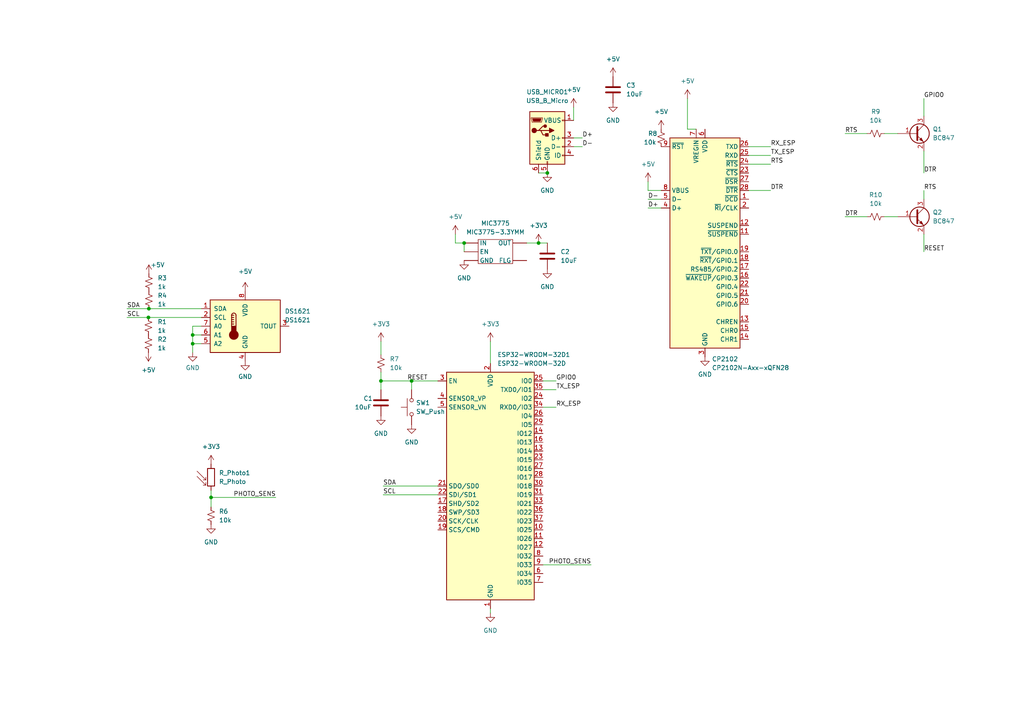
<source format=kicad_sch>
(kicad_sch (version 20211123) (generator eeschema)
  (paper "A4")
  (lib_symbols
    (symbol "Connector:USB_B_Micro" (pin_names (offset 1.016))
      (property "Reference" "J" (at -5.08 11.43 0))
      (property "Value" "USB_B_Micro" (at -5.08 8.89 0))
      (symbol "USB_B_Micro_0_1"
        (rectangle (start -5.08 -7.62) (end 5.08 7.62) (stroke (width 0.254)) (fill (type background)))
        (circle (center -3.81 2.159) (radius 0.635) (stroke (width 0.254)) (fill (type outline)))
        (circle (center -0.635 3.429) (radius 0.381) (stroke (width 0.254)) (fill (type outline)))
        (rectangle (start -0.127 -7.62) (end 0.127 -6.858))
        (polyline (pts (xy -1.905 2.159) (xy 0.635 2.159)) (stroke (width 0.254)))
        (polyline (pts (xy -3.175 2.159) (xy -2.54 2.159) (xy -1.27 3.429) (xy -0.635 3.429)) (stroke (width 0.254)))
        (polyline (pts (xy -2.54 2.159) (xy -1.905 2.159) (xy -1.27 0.889) (xy 0 0.889)) (stroke (width 0.254)))
        (polyline (pts (xy 0.635 2.794) (xy 0.635 1.524) (xy 1.905 2.159) (xy 0.635 2.794)) (stroke (width 0.254)) (fill (type outline)))
        (polyline (pts (xy -4.318 5.588) (xy -1.778 5.588) (xy -2.032 4.826) (xy -4.064 4.826) (xy -4.318 5.588)) (fill (type outline)))
        (polyline (pts (xy -4.699 5.842) (xy -4.699 5.588) (xy -4.445 4.826) (xy -4.445 4.572) (xy -1.651 4.572) (xy -1.651 4.826) (xy -1.397 5.588) (xy -1.397 5.842) (xy -4.699 5.842)))
        (rectangle (start 0.254 1.27) (end -0.508 0.508) (stroke (width 0.254)) (fill (type outline)))
        (rectangle (start 5.08 -5.207) (end 4.318 -4.953))
        (rectangle (start 5.08 -2.667) (end 4.318 -2.413))
        (rectangle (start 5.08 -0.127) (end 4.318 0.127))
        (rectangle (start 5.08 4.953) (end 4.318 5.207))
      )
      (symbol "USB_B_Micro_1_1"
        (pin power_out line (at 7.62 5.08 180) (length 2.54) (name "VBUS") (number "1"))
        (pin bidirectional line (at 7.62 -2.54 180) (length 2.54) (name "D-") (number "2"))
        (pin bidirectional line (at 7.62 0 180) (length 2.54) (name "D+") (number "3"))
        (pin passive line (at 7.62 -5.08 180) (length 2.54) (name "ID") (number "4"))
        (pin power_out line (at 0 -10.16 90) (length 2.54) (name "GND") (number "5"))
        (pin passive line (at -2.54 -10.16 90) (length 2.54) (name "Shield") (number "6"))
      )
    )
    (symbol "Device:C" (pin_numbers hide) (pin_names (offset 0.254))
      (property "Reference" "C" (at 0.635 2.54 0))
      (property "Value" "C" (at 0.635 -2.54 0))
      (symbol "C_0_1"
        (polyline (pts (xy -2.032 -0.762) (xy 2.032 -0.762)) (stroke (width 0.508)))
        (polyline (pts (xy -2.032 0.762) (xy 2.032 0.762)) (stroke (width 0.508)))
      )
      (symbol "C_1_1"
        (pin passive line (at 0 3.81 270) (length 2.794) (name "~") (number "1"))
        (pin passive line (at 0 -3.81 90) (length 2.794) (name "~") (number "2"))
      )
    )
    (symbol "Device:R_Photo" (pin_numbers hide) (pin_names (offset 0))
      (property "Reference" "R" (at 1.27 1.27 0))
      (property "Value" "R_Photo" (at 1.27 0 0))
      (symbol "R_Photo_0_1"
        (rectangle (start -1.016 2.54) (end 1.016 -2.54) (stroke (width 0.254)))
        (polyline (pts (xy -1.524 -2.286) (xy -4.064 0.254)))
        (polyline (pts (xy -1.524 -2.286) (xy -2.286 -2.286)))
        (polyline (pts (xy -1.524 -2.286) (xy -1.524 -1.524)))
        (polyline (pts (xy -1.524 -0.762) (xy -4.064 1.778)))
        (polyline (pts (xy -1.524 -0.762) (xy -2.286 -0.762)))
        (polyline (pts (xy -1.524 -0.762) (xy -1.524 0)))
      )
      (symbol "R_Photo_1_1"
        (pin passive line (at 0 3.81 270) (length 1.27) (name "~") (number "1"))
        (pin passive line (at 0 -3.81 90) (length 1.27) (name "~") (number "2"))
      )
    )
    (symbol "Device:R_Small_US" (pin_numbers hide) (pin_names (offset 0.254) hide)
      (property "Reference" "R" (at 0.762 0.508 0))
      (property "Value" "R_Small_US" (at 0.762 -1.016 0))
      (symbol "R_Small_US_1_1"
        (polyline (pts (xy 0 0) (xy 1.016 -0.381) (xy 0 -0.762) (xy -1.016 -1.143) (xy 0 -1.524)))
        (polyline (pts (xy 0 1.524) (xy 1.016 1.143) (xy 0 0.762) (xy -1.016 0.381) (xy 0 0)))
        (pin passive line (at 0 2.54 270) (length 1.016) (name "~") (number "1"))
        (pin passive line (at 0 -2.54 90) (length 1.016) (name "~") (number "2"))
      )
    )
    (symbol "Interface_USB:CP2102N-Axx-xQFN28"
      (property "Reference" "U" (at -8.89 31.75 0))
      (property "Value" "CP2102N-Axx-xQFN28" (at 12.7 31.75 0))
      (symbol "CP2102N-Axx-xQFN28_0_1"
        (rectangle (start -10.16 30.48) (end 10.16 -30.48) (stroke (width 0.254)) (fill (type background)))
      )
      (symbol "CP2102N-Axx-xQFN28_1_1"
        (pin input line (at 12.7 12.7 180) (length 2.54) (name "~{DCD}") (number "1"))
        (pin no_connect line (at -10.16 -27.94 0) (length 2.54) hide (name "NC") (number "10"))
        (pin output line (at 12.7 2.54 180) (length 2.54) (name "~{SUSPEND}") (number "11"))
        (pin output line (at 12.7 5.08 180) (length 2.54) (name "SUSPEND") (number "12"))
        (pin output line (at 12.7 -22.86 180) (length 2.54) (name "CHREN") (number "13"))
        (pin output line (at 12.7 -27.94 180) (length 2.54) (name "CHR1") (number "14"))
        (pin output line (at 12.7 -25.4 180) (length 2.54) (name "CHR0") (number "15"))
        (pin bidirectional line (at 12.7 -10.16 180) (length 2.54) (name "~{WAKEUP}/GPIO.3") (number "16"))
        (pin bidirectional line (at 12.7 -7.62 180) (length 2.54) (name "RS485/GPIO.2") (number "17"))
        (pin bidirectional line (at 12.7 -5.08 180) (length 2.54) (name "~{RXT}/GPIO.1") (number "18"))
        (pin bidirectional line (at 12.7 -2.54 180) (length 2.54) (name "~{TXT}/GPIO.0") (number "19"))
        (pin bidirectional line (at 12.7 10.16 180) (length 2.54) (name "~{RI}/CLK") (number "2"))
        (pin bidirectional line (at 12.7 -17.78 180) (length 2.54) (name "GPIO.6") (number "20"))
        (pin bidirectional line (at 12.7 -15.24 180) (length 2.54) (name "GPIO.5") (number "21"))
        (pin bidirectional line (at 12.7 -12.7 180) (length 2.54) (name "GPIO.4") (number "22"))
        (pin input line (at 12.7 20.32 180) (length 2.54) (name "~{CTS}") (number "23"))
        (pin output line (at 12.7 22.86 180) (length 2.54) (name "~{RTS}") (number "24"))
        (pin input line (at 12.7 25.4 180) (length 2.54) (name "RXD") (number "25"))
        (pin output line (at 12.7 27.94 180) (length 2.54) (name "TXD") (number "26"))
        (pin input line (at 12.7 17.78 180) (length 2.54) (name "~{DSR}") (number "27"))
        (pin output line (at 12.7 15.24 180) (length 2.54) (name "~{DTR}") (number "28"))
        (pin passive line (at 0 -33.02 90) (length 2.54) hide (name "GND") (number "29"))
        (pin power_in line (at 0 -33.02 90) (length 2.54) (name "GND") (number "3"))
        (pin bidirectional line (at -12.7 10.16 0) (length 2.54) (name "D+") (number "4"))
        (pin bidirectional line (at -12.7 12.7 0) (length 2.54) (name "D-") (number "5"))
        (pin power_in line (at 0 33.02 270) (length 2.54) (name "VDD") (number "6"))
        (pin power_in line (at -2.54 33.02 270) (length 2.54) (name "VREGIN") (number "7"))
        (pin input line (at -12.7 15.24 0) (length 2.54) (name "VBUS") (number "8"))
        (pin input line (at -12.7 27.94 0) (length 2.54) (name "~{RST}") (number "9"))
      )
    )
    (symbol "LinReg:MIC3775-3.3YMM"
      (property "Reference" "REG" (at 1.016 0.254 0))
      (property "Value" "MIC3775-3.3YMM" (at 0.635 -1.651 0))
      (symbol "MIC3775-3.3YMM_0_1"
        (rectangle (start -4.191 -2.794) (end 5.842 -9.779))
      )
      (symbol "MIC3775-3.3YMM_1_1"
        (pin input line (at -8.255 -6.35 0) (length 4) (name "EN") (number "EN"))
        (pin output line (at 9.906 -8.89 180) (length 4) (name "FLG") (number "FLG"))
        (pin input line (at -8.255 -8.89 0) (length 4) (name "GND") (number "GND"))
        (pin input line (at -8.255 -3.81 0) (length 4) (name "IN") (number "IN"))
        (pin output line (at 9.906 -3.81 180) (length 4) (name "OUT") (number "OUT"))
      )
    )
    (symbol "RF_Module:ESP32-WROOM-32D"
      (property "Reference" "U" (at -12.7 34.29 0))
      (property "Value" "ESP32-WROOM-32D" (at 1.27 34.29 0))
      (symbol "ESP32-WROOM-32D_0_1"
        (rectangle (start -12.7 33.02) (end 12.7 -33.02) (stroke (width 0.254)) (fill (type background)))
      )
      (symbol "ESP32-WROOM-32D_1_1"
        (pin power_in line (at 0 -35.56 90) (length 2.54) (name "GND") (number "1"))
        (pin bidirectional line (at 15.24 -12.7 180) (length 2.54) (name "IO25") (number "10"))
        (pin bidirectional line (at 15.24 -15.24 180) (length 2.54) (name "IO26") (number "11"))
        (pin bidirectional line (at 15.24 -17.78 180) (length 2.54) (name "IO27") (number "12"))
        (pin bidirectional line (at 15.24 10.16 180) (length 2.54) (name "IO14") (number "13"))
        (pin bidirectional line (at 15.24 15.24 180) (length 2.54) (name "IO12") (number "14"))
        (pin passive line (at 0 -35.56 90) (length 2.54) hide (name "GND") (number "15"))
        (pin bidirectional line (at 15.24 12.7 180) (length 2.54) (name "IO13") (number "16"))
        (pin bidirectional line (at -15.24 -5.08 0) (length 2.54) (name "SHD/SD2") (number "17"))
        (pin bidirectional line (at -15.24 -7.62 0) (length 2.54) (name "SWP/SD3") (number "18"))
        (pin bidirectional line (at -15.24 -12.7 0) (length 2.54) (name "SCS/CMD") (number "19"))
        (pin power_in line (at 0 35.56 270) (length 2.54) (name "VDD") (number "2"))
        (pin bidirectional line (at -15.24 -10.16 0) (length 2.54) (name "SCK/CLK") (number "20"))
        (pin bidirectional line (at -15.24 0 0) (length 2.54) (name "SDO/SD0") (number "21"))
        (pin bidirectional line (at -15.24 -2.54 0) (length 2.54) (name "SDI/SD1") (number "22"))
        (pin bidirectional line (at 15.24 7.62 180) (length 2.54) (name "IO15") (number "23"))
        (pin bidirectional line (at 15.24 25.4 180) (length 2.54) (name "IO2") (number "24"))
        (pin bidirectional line (at 15.24 30.48 180) (length 2.54) (name "IO0") (number "25"))
        (pin bidirectional line (at 15.24 20.32 180) (length 2.54) (name "IO4") (number "26"))
        (pin bidirectional line (at 15.24 5.08 180) (length 2.54) (name "IO16") (number "27"))
        (pin bidirectional line (at 15.24 2.54 180) (length 2.54) (name "IO17") (number "28"))
        (pin bidirectional line (at 15.24 17.78 180) (length 2.54) (name "IO5") (number "29"))
        (pin input line (at -15.24 30.48 0) (length 2.54) (name "EN") (number "3"))
        (pin bidirectional line (at 15.24 0 180) (length 2.54) (name "IO18") (number "30"))
        (pin bidirectional line (at 15.24 -2.54 180) (length 2.54) (name "IO19") (number "31"))
        (pin no_connect line (at -12.7 -27.94 0) (length 2.54) hide (name "NC") (number "32"))
        (pin bidirectional line (at 15.24 -5.08 180) (length 2.54) (name "IO21") (number "33"))
        (pin bidirectional line (at 15.24 22.86 180) (length 2.54) (name "RXD0/IO3") (number "34"))
        (pin bidirectional line (at 15.24 27.94 180) (length 2.54) (name "TXD0/IO1") (number "35"))
        (pin bidirectional line (at 15.24 -7.62 180) (length 2.54) (name "IO22") (number "36"))
        (pin bidirectional line (at 15.24 -10.16 180) (length 2.54) (name "IO23") (number "37"))
        (pin passive line (at 0 -35.56 90) (length 2.54) hide (name "GND") (number "38"))
        (pin passive line (at 0 -35.56 90) (length 2.54) hide (name "GND") (number "39"))
        (pin input line (at -15.24 25.4 0) (length 2.54) (name "SENSOR_VP") (number "4"))
        (pin input line (at -15.24 22.86 0) (length 2.54) (name "SENSOR_VN") (number "5"))
        (pin input line (at 15.24 -25.4 180) (length 2.54) (name "IO34") (number "6"))
        (pin input line (at 15.24 -27.94 180) (length 2.54) (name "IO35") (number "7"))
        (pin bidirectional line (at 15.24 -20.32 180) (length 2.54) (name "IO32") (number "8"))
        (pin bidirectional line (at 15.24 -22.86 180) (length 2.54) (name "IO33") (number "9"))
      )
    )
    (symbol "Sensor_Temperature:DS1621" (pin_names (offset 1.016))
      (property "Reference" "U" (at -7.62 8.89 0))
      (property "Value" "DS1621" (at 6.35 8.89 0))
      (symbol "DS1621_0_1"
        (rectangle (start -10.16 7.62) (end 10.16 -7.62) (stroke (width 0.254)) (fill (type background)))
        (circle (center -3.302 -2.54) (radius 1.27) (stroke (width 0.254)) (fill (type outline)))
        (rectangle (start -2.667 -1.905) (end -3.937 0) (stroke (width 0.254)) (fill (type outline)))
        (arc (start -2.667 3.175) (mid -3.302 3.81) (end -3.937 3.175) (stroke (width 0.254)))
        (polyline (pts (xy -3.937 0.635) (xy -3.302 0.635)) (stroke (width 0.254)))
        (polyline (pts (xy -3.937 1.27) (xy -3.302 1.27)) (stroke (width 0.254)))
        (polyline (pts (xy -3.937 1.905) (xy -3.302 1.905)) (stroke (width 0.254)))
        (polyline (pts (xy -3.937 2.54) (xy -3.302 2.54)) (stroke (width 0.254)))
        (polyline (pts (xy -3.937 3.175) (xy -3.937 0)) (stroke (width 0.254)))
        (polyline (pts (xy -3.937 3.175) (xy -3.302 3.175)) (stroke (width 0.254)))
        (polyline (pts (xy -2.667 3.175) (xy -2.667 0)) (stroke (width 0.254)))
      )
      (symbol "DS1621_1_1"
        (pin bidirectional line (at -12.7 5.08 0) (length 2.54) (name "SDA") (number "1"))
        (pin input line (at -12.7 2.54 0) (length 2.54) (name "SCL") (number "2"))
        (pin output line (at 12.7 0 180) (length 2.54) (name "TOUT") (number "3"))
        (pin power_in line (at 0 -10.16 90) (length 2.54) (name "GND") (number "4"))
        (pin input line (at -12.7 -5.08 0) (length 2.54) (name "A2") (number "5"))
        (pin input line (at -12.7 -2.54 0) (length 2.54) (name "A1") (number "6"))
        (pin input line (at -12.7 0 0) (length 2.54) (name "A0") (number "7"))
        (pin power_in line (at 0 10.16 270) (length 2.54) (name "VDD") (number "8"))
      )
    )
    (symbol "Switch:SW_Push" (pin_numbers hide) (pin_names (offset 1.016) hide)
      (property "Reference" "SW" (at 1.27 2.54 0))
      (property "Value" "SW_Push" (at 0 -1.524 0))
      (symbol "SW_Push_0_1"
        (circle (center -2.032 0) (radius 0.508))
        (polyline (pts (xy 0 1.27) (xy 0 3.048)))
        (polyline (pts (xy 2.54 1.27) (xy -2.54 1.27)))
        (circle (center 2.032 0) (radius 0.508))
        (pin passive line (at -5.08 0 0) (length 2.54) (name "1") (number "1"))
        (pin passive line (at 5.08 0 180) (length 2.54) (name "2") (number "2"))
      )
    )
    (symbol "Transistor_BJT:BC847" (pin_names (offset 0) hide)
      (property "Reference" "Q" (at 5.08 1.905 0))
      (property "Value" "BC847" (at 5.08 0 0))
      (symbol "BC847_0_1"
        (polyline (pts (xy 0.635 0.635) (xy 2.54 2.54)))
        (polyline (pts (xy 0.635 -0.635) (xy 2.54 -2.54) (xy 2.54 -2.54)))
        (polyline (pts (xy 0.635 1.905) (xy 0.635 -1.905) (xy 0.635 -1.905)) (stroke (width 0.508)))
        (polyline (pts (xy 1.27 -1.778) (xy 1.778 -1.27) (xy 2.286 -2.286) (xy 1.27 -1.778) (xy 1.27 -1.778)) (fill (type outline)))
        (circle (center 1.27 0) (radius 2.8194) (stroke (width 0.254)))
      )
      (symbol "BC847_1_1"
        (pin input line (at -5.08 0 0) (length 5.715) (name "B") (number "1"))
        (pin passive line (at 2.54 -5.08 90) (length 2.54) (name "E") (number "2"))
        (pin passive line (at 2.54 5.08 270) (length 2.54) (name "C") (number "3"))
      )
    )
    (symbol "power:+3.3V" (power) (pin_names (offset 0))
      (property "Value" "+3.3V" (at 0 3.556 0))
      (symbol "+3.3V_0_1"
        (polyline (pts (xy -0.762 1.27) (xy 0 2.54)))
        (polyline (pts (xy 0 0) (xy 0 2.54)))
        (polyline (pts (xy 0 2.54) (xy 0.762 1.27)))
      )
      (symbol "+3.3V_1_1"
        (pin power_in line (at 0 0 90) (length 0) hide (name "+3V3") (number "1"))
      )
    )
    (symbol "power:+5V" (power) (pin_names (offset 0))
      (property "Value" "+5V" (at 0 3.556 0))
      (symbol "+5V_0_1"
        (polyline (pts (xy -0.762 1.27) (xy 0 2.54)))
        (polyline (pts (xy 0 0) (xy 0 2.54)))
        (polyline (pts (xy 0 2.54) (xy 0.762 1.27)))
      )
      (symbol "+5V_1_1"
        (pin power_in line (at 0 0 90) (length 0) hide (name "+5V") (number "1"))
      )
    )
    (symbol "power:GND" (power) (pin_names (offset 0))
      (property "Value" "GND" (at 0 -3.81 0))
      (symbol "GND_0_1"
        (polyline (pts (xy 0 0) (xy 0 -1.27) (xy 1.27 -1.27) (xy 0 -2.54) (xy -1.27 -1.27) (xy 0 -1.27)))
      )
      (symbol "GND_1_1"
        (pin power_in line (at 0 0 270) (length 0) hide (name "GND") (number "1"))
      )
    )
  )
  (junction (at 110.49 110.49))
  (junction (at 55.88 99.695))
  (junction (at 43.18 89.535))
  (junction (at 43.053 92.075))
  (junction (at 158.75 50.165))
  (junction (at 134.62 70.485))
  (junction (at 61.214 144.272))
  (junction (at 55.88 97.155))
  (junction (at 156.21 70.485))
  (junction (at 119.38 110.49))
  (wire (pts (xy 217.17 47.625) (xy 223.52 47.625)))
  (wire (pts (xy 55.88 94.615) (xy 58.42 94.615)))
  (wire (pts (xy 187.96 57.785) (xy 191.77 57.785)))
  (wire (pts (xy 166.37 42.545) (xy 168.91 42.545)))
  (wire (pts (xy 256.54 62.865) (xy 260.35 62.865)))
  (wire (pts (xy 157.48 110.49) (xy 161.29 110.49)))
  (wire (pts (xy 61.214 144.272) (xy 61.214 147.066)))
  (wire (pts (xy 245.11 38.735) (xy 251.46 38.735)))
  (wire (pts (xy 152.781 70.485) (xy 156.21 70.485)))
  (wire (pts (xy 134.62 70.485) (xy 134.62 73.025)))
  (wire (pts (xy 156.21 70.485) (xy 158.75 70.485)))
  (wire (pts (xy 36.83 89.535) (xy 43.18 89.535)))
  (wire (pts (xy 110.49 110.49) (xy 119.38 110.49)))
  (wire (pts (xy 245.11 62.865) (xy 251.46 62.865)))
  (wire (pts (xy 267.97 67.945) (xy 267.97 73.025)))
  (wire (pts (xy 55.88 97.155) (xy 55.88 94.615)))
  (wire (pts (xy 61.214 144.272) (xy 80.01 144.272)))
  (wire (pts (xy 217.17 45.085) (xy 223.52 45.085)))
  (wire (pts (xy 142.24 99.06) (xy 142.24 105.41)))
  (wire (pts (xy 267.97 55.245) (xy 267.97 57.785)))
  (wire (pts (xy 110.49 110.49) (xy 110.49 113.03)))
  (wire (pts (xy 166.37 31.115) (xy 166.37 34.925)))
  (wire (pts (xy 187.96 52.705) (xy 187.96 55.245)))
  (wire (pts (xy 199.39 37.465) (xy 201.93 37.465)))
  (wire (pts (xy 157.48 163.83) (xy 171.45 163.83)))
  (wire (pts (xy 43.18 89.535) (xy 58.42 89.535)))
  (wire (pts (xy 110.49 99.06) (xy 110.49 102.87)))
  (wire (pts (xy 267.97 28.575) (xy 267.97 33.655)))
  (wire (pts (xy 142.24 176.53) (xy 142.24 177.8)))
  (wire (pts (xy 55.88 97.155) (xy 58.42 97.155)))
  (wire (pts (xy 55.88 99.695) (xy 58.42 99.695)))
  (wire (pts (xy 166.37 40.005) (xy 168.91 40.005)))
  (wire (pts (xy 43.053 92.075) (xy 58.42 92.075)))
  (wire (pts (xy 119.38 110.49) (xy 127 110.49)))
  (wire (pts (xy 119.38 113.03) (xy 119.38 110.49)))
  (wire (pts (xy 199.39 28.575) (xy 199.39 37.465)))
  (wire (pts (xy 111.125 143.51) (xy 127 143.51)))
  (wire (pts (xy 157.48 113.03) (xy 161.29 113.03)))
  (wire (pts (xy 217.17 55.245) (xy 223.52 55.245)))
  (wire (pts (xy 156.21 50.165) (xy 158.75 50.165)))
  (wire (pts (xy 55.88 102.235) (xy 55.88 99.695)))
  (wire (pts (xy 187.96 55.245) (xy 191.77 55.245)))
  (wire (pts (xy 256.54 38.735) (xy 260.35 38.735)))
  (wire (pts (xy 132.08 67.945) (xy 132.08 70.485)))
  (wire (pts (xy 36.83 92.075) (xy 43.053 92.075)))
  (wire (pts (xy 55.88 99.695) (xy 55.88 97.155)))
  (wire (pts (xy 132.08 70.485) (xy 134.62 70.485)))
  (wire (pts (xy 267.97 43.815) (xy 267.97 50.165)))
  (wire (pts (xy 61.214 142.24) (xy 61.214 144.272)))
  (wire (pts (xy 187.96 60.325) (xy 191.77 60.325)))
  (wire (pts (xy 110.49 107.95) (xy 110.49 110.49)))
  (wire (pts (xy 157.48 118.11) (xy 161.29 118.11)))
  (wire (pts (xy 111.125 140.97) (xy 127 140.97)))
  (wire (pts (xy 217.17 42.545) (xy 223.52 42.545)))
  (label "DTR" (at 245.11 62.865 0))
  (label "SCL" (at 36.83 92.075 0))
  (label "RTS" (at 245.11 38.735 0))
  (label "D+" (at 187.96 60.325 0))
  (label "SDA" (at 36.83 89.535 0))
  (label "RESET" (at 118.11 110.49 0))
  (label "TX_ESP" (at 223.52 45.085 0))
  (label "D-" (at 168.91 42.545 0))
  (label "RTS" (at 223.52 47.625 0))
  (label "D+" (at 168.91 40.005 0))
  (label "RX_ESP" (at 223.52 42.545 0))
  (label "D-" (at 187.96 57.785 0))
  (label "GPIO0" (at 267.97 28.575 0))
  (label "SCL" (at 111.125 143.51 0))
  (label "DTR" (at 267.97 50.165 0))
  (label "SDA" (at 111.125 140.97 0))
  (label "GPIO0" (at 161.29 110.49 0))
  (label "RX_ESP" (at 161.29 118.11 0))
  (label "TX_ESP" (at 161.29 113.03 0))
  (label "PHOTO_SENS" (at 80.01 144.272 180))
  (label "DTR" (at 223.52 55.245 0))
  (label "PHOTO_SENS" (at 171.45 163.83 180))
  (label "RESET" (at 267.97 73.025 0))
  (label "RTS" (at 267.97 55.245 0))
  (symbol (lib_id "Transistor_BJT:BC847") (at 265.43 38.735 0) (unit 1)
    (property "Reference" "Q1" (at 270.51 37.4649 0) (effects (justify left)))
    (property "Value" "BC847" (at 270.51 40.0049 0) (effects (justify left)))
    (property "Footprint" "Package_TO_SOT_SMD:SOT-523" (effects hide))
    (property "Datasheet" "http://www.infineon.com/dgdl/Infineon-BC847SERIES_BC848SERIES_BC849SERIES_BC850SERIES-DS-v01_01-en.pdf?fileId=db3a304314dca389011541d4630a1657" (effects hide))
  )
  (symbol (lib_id "power:GND") (at 55.88 102.235 0) (unit 1)
    (property "Reference" "#PWR0124" (effects hide))
    (property "Value" "GND" (at 55.88 106.68 0))
  )
  (symbol (lib_id "Device:R_Small_US") (at 43.18 81.915 0) (unit 1)
    (property "Reference" "R3" (at 45.72 80.6449 0) (effects (justify left)))
    (property "Value" "1k" (at 45.72 83.1849 0) (effects (justify left)))
    (property "Footprint" "Resistor_SMD:R_0603_1608Metric" (effects hide))
  )
  (symbol (lib_id "power:GND") (at 71.12 104.775 0) (unit 1)
    (property "Reference" "#PWR0118" (effects hide))
    (property "Value" "GND" (at 71.12 109.22 0))
  )
  (symbol (lib_id "power:+5V") (at 132.08 67.945 0) (unit 1)
    (property "Reference" "#PWR0112" (effects hide))
    (property "Value" "+5V" (at 132.08 62.865 0))
  )
  (symbol (lib_id "power:+3.3V") (at 156.21 70.485 0) (unit 1)
    (property "Reference" "#PWR0106" (effects hide))
    (property "Value" "+3.3V" (at 156.21 65.405 0))
  )
  (symbol (lib_id "power:+3.3V") (at 110.49 99.06 0) (unit 1)
    (property "Reference" "#PWR0120" (effects hide))
    (property "Value" "+3.3V" (at 110.49 93.98 0))
  )
  (symbol (lib_id "power:GND") (at 142.24 177.8 0) (unit 1)
    (property "Reference" "#PWR0114" (effects hide))
    (property "Value" "GND" (at 142.24 182.88 0))
  )
  (symbol (lib_id "Device:R_Small_US") (at 254 38.735 90) (unit 1)
    (property "Reference" "R9" (at 254 32.385 90))
    (property "Value" "10k" (at 254 34.925 90))
    (property "Footprint" "Resistor_SMD:R_0603_1608Metric" (effects hide))
  )
  (symbol (lib_id "Sensor_Temperature:DS1621") (at 71.12 94.615 0) (unit 1)
    (property "Reference" "DS1621" (at 86.36 90.2843 0))
    (property "Value" "DS1621" (at 86.36 92.8243 0))
    (property "Footprint" "Package_DIP:DIP-8_W7.62mm" (effects hide))
    (property "Datasheet" "https://datasheets.maximintegrated.com/en/ds/DS1621.pdf" (effects hide))
  )
  (symbol (lib_id "power:GND") (at 177.8 29.845 0) (unit 1)
    (property "Reference" "#PWR0108" (effects hide))
    (property "Value" "GND" (at 177.8 34.925 0))
  )
  (symbol (lib_id "Device:C") (at 110.49 116.84 0) (unit 1)
    (property "Reference" "C1" (at 105.41 115.57 0) (effects (justify left)))
    (property "Value" "10uF" (at 102.87 118.11 0) (effects (justify left)))
    (property "Footprint" "Capacitor_SMD:C_0603_1608Metric" (effects hide))
  )
  (symbol (lib_id "Device:R_Small_US") (at 254 62.865 90) (unit 1)
    (property "Reference" "R10" (at 254 56.515 90))
    (property "Value" "10k" (at 254 59.055 90))
    (property "Footprint" "Resistor_SMD:R_0603_1608Metric" (effects hide))
  )
  (symbol (lib_id "power:GND") (at 204.47 103.505 0) (unit 1)
    (property "Reference" "#PWR0101" (effects hide))
    (property "Value" "GND" (at 204.47 108.585 0))
  )
  (symbol (lib_id "power:+5V") (at 71.12 84.455 0) (unit 1)
    (property "Reference" "#PWR0119" (effects hide))
    (property "Value" "+5V" (at 71.12 78.74 0))
  )
  (symbol (lib_id "Device:C") (at 158.75 74.295 0) (unit 1)
    (property "Reference" "C2" (at 162.56 73.0249 0) (effects (justify left)))
    (property "Value" "10uF" (at 162.56 75.5649 0) (effects (justify left)))
    (property "Footprint" "Capacitor_SMD:C_0603_1608Metric" (effects hide))
  )
  (symbol (lib_id "power:+5V") (at 191.77 37.465 0) (unit 1)
    (property "Reference" "#PWR0107" (effects hide))
    (property "Value" "+5V" (at 191.77 32.385 0))
  )
  (symbol (lib_id "Device:R_Small_US") (at 43.053 99.695 0) (unit 1)
    (property "Reference" "R2" (at 45.6925 98.4249 0) (effects (justify left)))
    (property "Value" "1k" (at 45.6925 100.9649 0) (effects (justify left)))
    (property "Footprint" "Resistor_SMD:R_0603_1608Metric" (effects hide))
  )
  (symbol (lib_id "power:GND") (at 61.214 152.146 0) (unit 1)
    (property "Reference" "#PWR0126" (effects hide))
    (property "Value" "GND" (at 61.214 157.226 0))
  )
  (symbol (lib_id "Transistor_BJT:BC847") (at 265.43 62.865 0) (unit 1)
    (property "Reference" "Q2" (at 270.51 61.5949 0) (effects (justify left)))
    (property "Value" "BC847" (at 270.51 64.1349 0) (effects (justify left)))
    (property "Footprint" "Package_TO_SOT_SMD:SOT-523" (effects hide))
    (property "Datasheet" "http://www.infineon.com/dgdl/Infineon-BC847SERIES_BC848SERIES_BC849SERIES_BC850SERIES-DS-v01_01-en.pdf?fileId=db3a304314dca389011541d4630a1657" (effects hide))
  )
  (symbol (lib_id "power:GND") (at 158.75 78.105 0) (unit 1)
    (property "Reference" "#PWR0110" (effects hide))
    (property "Value" "GND" (at 158.75 83.185 0))
  )
  (symbol (lib_id "power:+5V") (at 199.39 28.575 0) (unit 1)
    (property "Reference" "#PWR0102" (effects hide))
    (property "Value" "+5V" (at 199.39 23.495 0))
  )
  (symbol (lib_id "power:+3.3V") (at 142.24 99.06 0) (unit 1)
    (property "Reference" "#PWR0111" (effects hide))
    (property "Value" "+3.3V" (at 142.24 93.98 0))
  )
  (symbol (lib_id "Device:R_Small_US") (at 110.49 105.41 0) (unit 1)
    (property "Reference" "R7" (at 113.03 104.1399 0) (effects (justify left)))
    (property "Value" "10k" (at 113.03 106.6799 0) (effects (justify left)))
    (property "Footprint" "Resistor_SMD:R_0603_1608Metric" (effects hide))
  )
  (symbol (lib_id "power:+5V") (at 177.8 22.225 0) (unit 1)
    (property "Reference" "#PWR0109" (effects hide))
    (property "Value" "+5V" (at 177.8 17.145 0))
  )
  (symbol (lib_id "Switch:SW_Push") (at 119.38 118.11 90) (unit 1)
    (property "Reference" "SW1" (at 120.65 116.8399 90) (effects (justify right)))
    (property "Value" "SW_Push" (at 120.65 119.3799 90) (effects (justify right)))
    (property "Footprint" "Button_Switch_SMD:SW_SPST_EVPBF" (effects hide))
  )
  (symbol (lib_id "Device:R_Small_US") (at 43.053 94.615 0) (unit 1)
    (property "Reference" "R1" (at 45.6925 93.3449 0) (effects (justify left)))
    (property "Value" "1k" (at 45.6925 95.8849 0) (effects (justify left)))
    (property "Footprint" "Resistor_SMD:R_0603_1608Metric" (effects hide))
  )
  (symbol (lib_id "power:+3.3V") (at 61.214 134.62 0) (unit 1)
    (property "Reference" "#PWR0125" (effects hide))
    (property "Value" "+3.3V" (at 61.214 129.54 0))
  )
  (symbol (lib_id "power:+5V") (at 43.053 102.235 180) (unit 1)
    (property "Reference" "#PWR0117" (effects hide))
    (property "Value" "+5V" (at 43.053 107.315 0))
  )
  (symbol (lib_id "Device:R_Small_US") (at 191.77 40.005 180) (unit 1)
    (property "Reference" "R8" (at 187.96 38.735 0) (effects (justify right)))
    (property "Value" "10k" (at 186.69 41.275 0) (effects (justify right)))
    (property "Footprint" "Resistor_SMD:R_0603_1608Metric" (effects hide))
  )
  (symbol (lib_id "power:+5V") (at 187.96 52.705 0) (unit 1)
    (property "Reference" "#PWR0103" (effects hide))
    (property "Value" "+5V" (at 187.96 47.625 0))
  )
  (symbol (lib_id "Device:R_Photo") (at 61.214 138.43 0) (unit 1)
    (property "Reference" "R_Photo1" (at 63.5 137.1599 0) (effects (justify left)))
    (property "Value" "R_Photo" (at 63.5 139.6999 0) (effects (justify left)))
    (property "Footprint" "Resistor_THT:R_Axial_DIN0204_L3.6mm_D1.6mm_P2.54mm_Vertical" (effects hide))
  )
  (symbol (lib_id "LinReg:MIC3775-3.3YMM") (at 142.875 66.675 0) (unit 1)
    (property "Reference" "MIC3775" (at 143.7005 64.77 0))
    (property "Value" "MIC3775-3.3YMM" (at 143.7005 67.31 0))
    (property "Footprint" "LinReg:MSOP8-Reg" (effects hide))
  )
  (symbol (lib_id "power:GND") (at 110.49 120.65 0) (unit 1)
    (property "Reference" "#PWR0115" (effects hide))
    (property "Value" "GND" (at 110.49 125.73 0))
  )
  (symbol (lib_id "Interface_USB:CP2102N-Axx-xQFN28") (at 204.47 70.485 0) (unit 1)
    (property "Reference" "CP2102" (at 206.4894 104.14 0) (effects (justify left)))
    (property "Value" "CP2102N-Axx-xQFN28" (at 206.4894 106.68 0) (effects (justify left)))
    (property "Footprint" "Package_DFN_QFN:QFN-28-1EP_5x5mm_P0.5mm_EP3.35x3.35mm" (effects hide))
    (property "Datasheet" "https://www.silabs.com/documents/public/data-sheets/cp2102n-datasheet.pdf" (effects hide))
  )
  (symbol (lib_id "power:+5V") (at 166.37 31.115 0) (unit 1)
    (property "Reference" "#PWR0104" (effects hide))
    (property "Value" "+5V" (at 166.37 26.035 0))
  )
  (symbol (lib_id "power:GND") (at 119.38 123.19 0) (unit 1)
    (property "Reference" "#PWR0116" (effects hide))
    (property "Value" "GND" (at 119.38 128.27 0))
  )
  (symbol (lib_id "Device:R_Small_US") (at 43.18 86.995 0) (unit 1)
    (property "Reference" "R4" (at 45.72 85.7249 0) (effects (justify left)))
    (property "Value" "1k" (at 45.72 88.2649 0) (effects (justify left)))
    (property "Footprint" "Resistor_SMD:R_0603_1608Metric" (effects hide))
  )
  (symbol (lib_id "Device:C") (at 177.8 26.035 0) (unit 1)
    (property "Reference" "C3" (at 181.61 24.7649 0) (effects (justify left)))
    (property "Value" "10uF" (at 181.61 27.3049 0) (effects (justify left)))
    (property "Footprint" "Capacitor_SMD:C_0603_1608Metric" (effects hide))
  )
  (symbol (lib_id "power:+5V") (at 43.18 79.375 0) (unit 1)
    (property "Reference" "#PWR0123" (effects hide))
    (property "Value" "+5V" (at 45.72 76.835 0))
  )
  (symbol (lib_id "Connector:USB_B_Micro") (at 158.75 40.005 0) (unit 1)
    (property "Reference" "USB_MICRO1" (at 158.75 26.67 0))
    (property "Value" "USB_B_Micro" (at 158.75 29.21 0))
    (property "Footprint" "Connector_USB:USB_Micro-B_Amphenol_10104110_Horizontal" (effects hide))
  )
  (symbol (lib_id "power:GND") (at 158.75 50.165 0) (unit 1)
    (property "Reference" "#PWR0105" (effects hide))
    (property "Value" "GND" (at 158.75 55.245 0))
  )
  (symbol (lib_id "Device:R_Small_US") (at 61.214 149.606 0) (unit 1)
    (property "Reference" "R6" (at 63.5 148.3359 0) (effects (justify left)))
    (property "Value" "10k" (at 63.5 150.8759 0) (effects (justify left)))
    (property "Footprint" "Resistor_SMD:R_0603_1608Metric" (effects hide))
  )
  (symbol (lib_id "power:GND") (at 134.62 75.565 0) (unit 1)
    (property "Reference" "#PWR0113" (effects hide))
    (property "Value" "GND" (at 134.62 80.645 0))
  )
  (symbol (lib_id "RF_Module:ESP32-WROOM-32D") (at 142.24 140.97 0) (unit 1)
    (property "Reference" "ESP32-WROOM-32D1" (at 144.2594 102.87 0) (effects (justify left)))
    (property "Value" "ESP32-WROOM-32D" (at 144.2594 105.41 0) (effects (justify left)))
    (property "Footprint" "RF_Module:ESP32-WROOM-32" (effects hide))
    (property "Datasheet" "https://www.espressif.com/sites/default/files/documentation/esp32-wroom-32d_esp32-wroom-32u_datasheet_en.pdf" (effects hide))
  )
)
</source>
